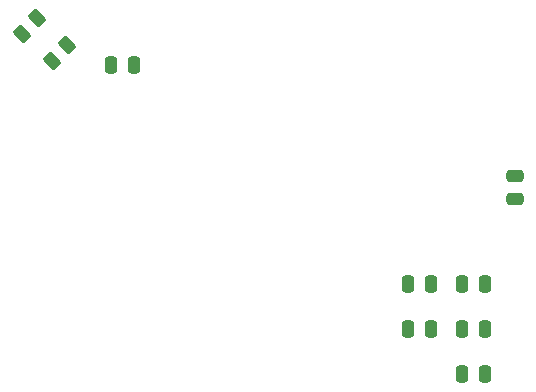
<source format=gbp>
%TF.GenerationSoftware,KiCad,Pcbnew,(6.0.2)*%
%TF.CreationDate,2022-04-01T16:02:14+02:00*%
%TF.ProjectId,rotarykeyboard,726f7461-7279-46b6-9579-626f6172642e,rev?*%
%TF.SameCoordinates,Original*%
%TF.FileFunction,Paste,Bot*%
%TF.FilePolarity,Positive*%
%FSLAX46Y46*%
G04 Gerber Fmt 4.6, Leading zero omitted, Abs format (unit mm)*
G04 Created by KiCad (PCBNEW (6.0.2)) date 2022-04-01 16:02:14*
%MOMM*%
%LPD*%
G01*
G04 APERTURE LIST*
G04 Aperture macros list*
%AMRoundRect*
0 Rectangle with rounded corners*
0 $1 Rounding radius*
0 $2 $3 $4 $5 $6 $7 $8 $9 X,Y pos of 4 corners*
0 Add a 4 corners polygon primitive as box body*
4,1,4,$2,$3,$4,$5,$6,$7,$8,$9,$2,$3,0*
0 Add four circle primitives for the rounded corners*
1,1,$1+$1,$2,$3*
1,1,$1+$1,$4,$5*
1,1,$1+$1,$6,$7*
1,1,$1+$1,$8,$9*
0 Add four rect primitives between the rounded corners*
20,1,$1+$1,$2,$3,$4,$5,0*
20,1,$1+$1,$4,$5,$6,$7,0*
20,1,$1+$1,$6,$7,$8,$9,0*
20,1,$1+$1,$8,$9,$2,$3,0*%
G04 Aperture macros list end*
%ADD10RoundRect,0.250000X0.132583X-0.503814X0.503814X-0.132583X-0.132583X0.503814X-0.503814X0.132583X0*%
%ADD11RoundRect,0.250000X-0.250000X-0.475000X0.250000X-0.475000X0.250000X0.475000X-0.250000X0.475000X0*%
%ADD12RoundRect,0.250000X0.250000X0.475000X-0.250000X0.475000X-0.250000X-0.475000X0.250000X-0.475000X0*%
%ADD13RoundRect,0.250000X0.475000X-0.250000X0.475000X0.250000X-0.475000X0.250000X-0.475000X-0.250000X0*%
G04 APERTURE END LIST*
D10*
%TO.C,R302*%
X65140765Y-44333235D03*
X66431235Y-43042765D03*
%TD*%
%TO.C,R303*%
X67680765Y-46619235D03*
X68971235Y-45328765D03*
%TD*%
D11*
%TO.C,C302*%
X72710000Y-46990000D03*
X74610000Y-46990000D03*
%TD*%
D12*
%TO.C,C105*%
X104328000Y-73152000D03*
X102428000Y-73152000D03*
%TD*%
D11*
%TO.C,C104*%
X97856000Y-69342000D03*
X99756000Y-69342000D03*
%TD*%
D12*
%TO.C,C101*%
X104328000Y-65532000D03*
X102428000Y-65532000D03*
%TD*%
%TO.C,C102*%
X104328000Y-69342000D03*
X102428000Y-69342000D03*
%TD*%
D13*
%TO.C,C109*%
X106934000Y-58288000D03*
X106934000Y-56388000D03*
%TD*%
D11*
%TO.C,C103*%
X97856000Y-65532000D03*
X99756000Y-65532000D03*
%TD*%
M02*

</source>
